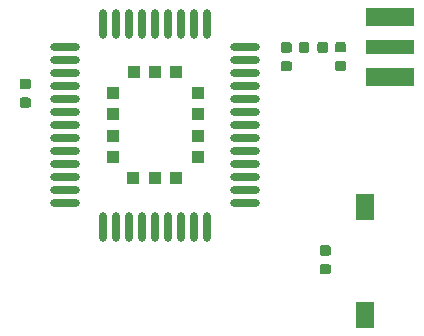
<source format=gbr>
G04 #@! TF.GenerationSoftware,KiCad,Pcbnew,5.99.0-unknown-df3fabf~86~ubuntu18.04.1*
G04 #@! TF.CreationDate,2019-10-25T19:03:16-04:00*
G04 #@! TF.ProjectId,bc28_module_board,62633238-5f6d-46f6-9475-6c655f626f61,rev?*
G04 #@! TF.SameCoordinates,Original*
G04 #@! TF.FileFunction,Paste,Top*
G04 #@! TF.FilePolarity,Positive*
%FSLAX46Y46*%
G04 Gerber Fmt 4.6, Leading zero omitted, Abs format (unit mm)*
G04 Created by KiCad (PCBNEW 5.99.0-unknown-df3fabf~86~ubuntu18.04.1) date 2019-10-25 19:03:16*
%MOMM*%
%LPD*%
G04 APERTURE LIST*
%ADD10R,1.000000X1.000000*%
%ADD11O,0.700000X2.500000*%
%ADD12O,2.500000X0.700000*%
%ADD13R,1.600000X2.180000*%
%ADD14R,4.064000X1.524000*%
%ADD15R,4.064000X1.270000*%
G04 APERTURE END LIST*
D10*
X146200000Y-95500000D03*
X148000000Y-95500000D03*
X149800000Y-95500000D03*
X151600000Y-97300000D03*
X151600000Y-99100000D03*
X151600000Y-100900000D03*
X151600000Y-102700000D03*
X149800000Y-104500000D03*
X148000000Y-104500000D03*
X146150000Y-104500000D03*
X144400000Y-102700000D03*
X144400000Y-100900000D03*
X144400000Y-99100000D03*
X144400000Y-97300000D03*
D11*
X143600000Y-91400000D03*
X144700000Y-91400000D03*
X145800000Y-91400000D03*
X146900000Y-91400000D03*
X148000000Y-91400000D03*
X149100000Y-91400000D03*
X150200000Y-91400000D03*
X151300000Y-91400000D03*
X152400000Y-91400000D03*
D12*
X155650000Y-93400000D03*
X155650000Y-94500000D03*
X155650000Y-95600000D03*
X155650000Y-96700000D03*
X155650000Y-97800000D03*
X155650000Y-98900000D03*
X155650000Y-100000000D03*
X155650000Y-101100000D03*
X155650000Y-102200000D03*
X155650000Y-103300000D03*
X155650000Y-104400000D03*
X155650000Y-105500000D03*
X155650000Y-106600000D03*
D11*
X152400000Y-108600000D03*
X151300000Y-108600000D03*
X150200000Y-108600000D03*
X149100000Y-108600000D03*
X148000000Y-108600000D03*
X146900000Y-108600000D03*
X145800000Y-108600000D03*
X144700000Y-108600000D03*
X143600000Y-108600000D03*
D12*
X140350000Y-106600000D03*
X140350000Y-105500000D03*
X140350000Y-104400000D03*
X140350000Y-103300000D03*
X140350000Y-102200000D03*
X140350000Y-101100000D03*
X140350000Y-100000000D03*
X140350000Y-98900000D03*
X140350000Y-97800000D03*
X140350000Y-96700000D03*
X140350000Y-95600000D03*
X140350000Y-94500000D03*
X140350000Y-93400000D03*
D13*
X165800000Y-106910000D03*
X165800000Y-116090000D03*
G36*
X137339962Y-96091651D02*
G01*
X137410930Y-96139070D01*
X137458349Y-96210038D01*
X137475000Y-96293750D01*
X137475000Y-96731250D01*
X137458349Y-96814962D01*
X137410930Y-96885930D01*
X137339962Y-96933349D01*
X137256250Y-96950000D01*
X136743750Y-96950000D01*
X136660038Y-96933349D01*
X136589070Y-96885930D01*
X136541651Y-96814962D01*
X136525000Y-96731250D01*
X136525000Y-96293750D01*
X136541651Y-96210038D01*
X136589070Y-96139070D01*
X136660038Y-96091651D01*
X136743750Y-96075000D01*
X137256250Y-96075000D01*
X137339962Y-96091651D01*
G37*
G36*
X137339962Y-97666651D02*
G01*
X137410930Y-97714070D01*
X137458349Y-97785038D01*
X137475000Y-97868750D01*
X137475000Y-98306250D01*
X137458349Y-98389962D01*
X137410930Y-98460930D01*
X137339962Y-98508349D01*
X137256250Y-98525000D01*
X136743750Y-98525000D01*
X136660038Y-98508349D01*
X136589070Y-98460930D01*
X136541651Y-98389962D01*
X136525000Y-98306250D01*
X136525000Y-97868750D01*
X136541651Y-97785038D01*
X136589070Y-97714070D01*
X136660038Y-97666651D01*
X136743750Y-97650000D01*
X137256250Y-97650000D01*
X137339962Y-97666651D01*
G37*
G36*
X160914962Y-92954151D02*
G01*
X160985930Y-93001570D01*
X161033349Y-93072538D01*
X161050000Y-93156250D01*
X161050000Y-93668750D01*
X161033349Y-93752462D01*
X160985930Y-93823430D01*
X160914962Y-93870849D01*
X160831250Y-93887500D01*
X160393750Y-93887500D01*
X160310038Y-93870849D01*
X160239070Y-93823430D01*
X160191651Y-93752462D01*
X160175000Y-93668750D01*
X160175000Y-93156250D01*
X160191651Y-93072538D01*
X160239070Y-93001570D01*
X160310038Y-92954151D01*
X160393750Y-92937500D01*
X160831250Y-92937500D01*
X160914962Y-92954151D01*
G37*
G36*
X162489962Y-92954151D02*
G01*
X162560930Y-93001570D01*
X162608349Y-93072538D01*
X162625000Y-93156250D01*
X162625000Y-93668750D01*
X162608349Y-93752462D01*
X162560930Y-93823430D01*
X162489962Y-93870849D01*
X162406250Y-93887500D01*
X161968750Y-93887500D01*
X161885038Y-93870849D01*
X161814070Y-93823430D01*
X161766651Y-93752462D01*
X161750000Y-93668750D01*
X161750000Y-93156250D01*
X161766651Y-93072538D01*
X161814070Y-93001570D01*
X161885038Y-92954151D01*
X161968750Y-92937500D01*
X162406250Y-92937500D01*
X162489962Y-92954151D01*
G37*
D14*
X167868000Y-95940000D03*
X167868000Y-90860000D03*
D15*
X167868000Y-93400000D03*
G36*
X164039962Y-94566651D02*
G01*
X164110930Y-94614070D01*
X164158349Y-94685038D01*
X164175000Y-94768750D01*
X164175000Y-95206250D01*
X164158349Y-95289962D01*
X164110930Y-95360930D01*
X164039962Y-95408349D01*
X163956250Y-95425000D01*
X163443750Y-95425000D01*
X163360038Y-95408349D01*
X163289070Y-95360930D01*
X163241651Y-95289962D01*
X163225000Y-95206250D01*
X163225000Y-94768750D01*
X163241651Y-94685038D01*
X163289070Y-94614070D01*
X163360038Y-94566651D01*
X163443750Y-94550000D01*
X163956250Y-94550000D01*
X164039962Y-94566651D01*
G37*
G36*
X164039962Y-92991651D02*
G01*
X164110930Y-93039070D01*
X164158349Y-93110038D01*
X164175000Y-93193750D01*
X164175000Y-93631250D01*
X164158349Y-93714962D01*
X164110930Y-93785930D01*
X164039962Y-93833349D01*
X163956250Y-93850000D01*
X163443750Y-93850000D01*
X163360038Y-93833349D01*
X163289070Y-93785930D01*
X163241651Y-93714962D01*
X163225000Y-93631250D01*
X163225000Y-93193750D01*
X163241651Y-93110038D01*
X163289070Y-93039070D01*
X163360038Y-92991651D01*
X163443750Y-92975000D01*
X163956250Y-92975000D01*
X164039962Y-92991651D01*
G37*
G36*
X159439962Y-94579151D02*
G01*
X159510930Y-94626570D01*
X159558349Y-94697538D01*
X159575000Y-94781250D01*
X159575000Y-95218750D01*
X159558349Y-95302462D01*
X159510930Y-95373430D01*
X159439962Y-95420849D01*
X159356250Y-95437500D01*
X158843750Y-95437500D01*
X158760038Y-95420849D01*
X158689070Y-95373430D01*
X158641651Y-95302462D01*
X158625000Y-95218750D01*
X158625000Y-94781250D01*
X158641651Y-94697538D01*
X158689070Y-94626570D01*
X158760038Y-94579151D01*
X158843750Y-94562500D01*
X159356250Y-94562500D01*
X159439962Y-94579151D01*
G37*
G36*
X159439962Y-93004151D02*
G01*
X159510930Y-93051570D01*
X159558349Y-93122538D01*
X159575000Y-93206250D01*
X159575000Y-93643750D01*
X159558349Y-93727462D01*
X159510930Y-93798430D01*
X159439962Y-93845849D01*
X159356250Y-93862500D01*
X158843750Y-93862500D01*
X158760038Y-93845849D01*
X158689070Y-93798430D01*
X158641651Y-93727462D01*
X158625000Y-93643750D01*
X158625000Y-93206250D01*
X158641651Y-93122538D01*
X158689070Y-93051570D01*
X158760038Y-93004151D01*
X158843750Y-92987500D01*
X159356250Y-92987500D01*
X159439962Y-93004151D01*
G37*
G36*
X162739962Y-111766651D02*
G01*
X162810930Y-111814070D01*
X162858349Y-111885038D01*
X162875000Y-111968750D01*
X162875000Y-112406250D01*
X162858349Y-112489962D01*
X162810930Y-112560930D01*
X162739962Y-112608349D01*
X162656250Y-112625000D01*
X162143750Y-112625000D01*
X162060038Y-112608349D01*
X161989070Y-112560930D01*
X161941651Y-112489962D01*
X161925000Y-112406250D01*
X161925000Y-111968750D01*
X161941651Y-111885038D01*
X161989070Y-111814070D01*
X162060038Y-111766651D01*
X162143750Y-111750000D01*
X162656250Y-111750000D01*
X162739962Y-111766651D01*
G37*
G36*
X162739962Y-110191651D02*
G01*
X162810930Y-110239070D01*
X162858349Y-110310038D01*
X162875000Y-110393750D01*
X162875000Y-110831250D01*
X162858349Y-110914962D01*
X162810930Y-110985930D01*
X162739962Y-111033349D01*
X162656250Y-111050000D01*
X162143750Y-111050000D01*
X162060038Y-111033349D01*
X161989070Y-110985930D01*
X161941651Y-110914962D01*
X161925000Y-110831250D01*
X161925000Y-110393750D01*
X161941651Y-110310038D01*
X161989070Y-110239070D01*
X162060038Y-110191651D01*
X162143750Y-110175000D01*
X162656250Y-110175000D01*
X162739962Y-110191651D01*
G37*
M02*

</source>
